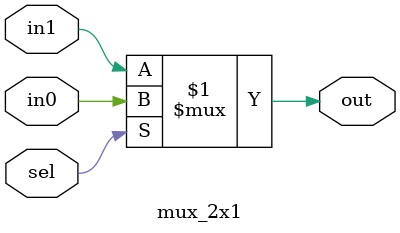
<source format=v>
module mux_2x1(input in0,in1,sel,output out);
//reg out ; // user in procedural assignmenet 
  
  assign out = sel ? in0 : in1 ;
  
  // assign out = (~sel & in0 ) | (sel & in1) ;

  /* wire a ,b ,c;
  not n0(c,sel);
  and a0(a,c,in0);
  and a1(b,sel,in1);
  or o0(out,a,b); */
  
  
/*
  always@* begin
   if(sel)
   out = in1;
   else
   out = in0 ;
   end
  */
  
/* always@* begin
case(sel)
1'b0 : out = in0;
1'b1 : out = in1 ;
default : out = in0;
endcase
end 
*/
  
endmodule 

</source>
